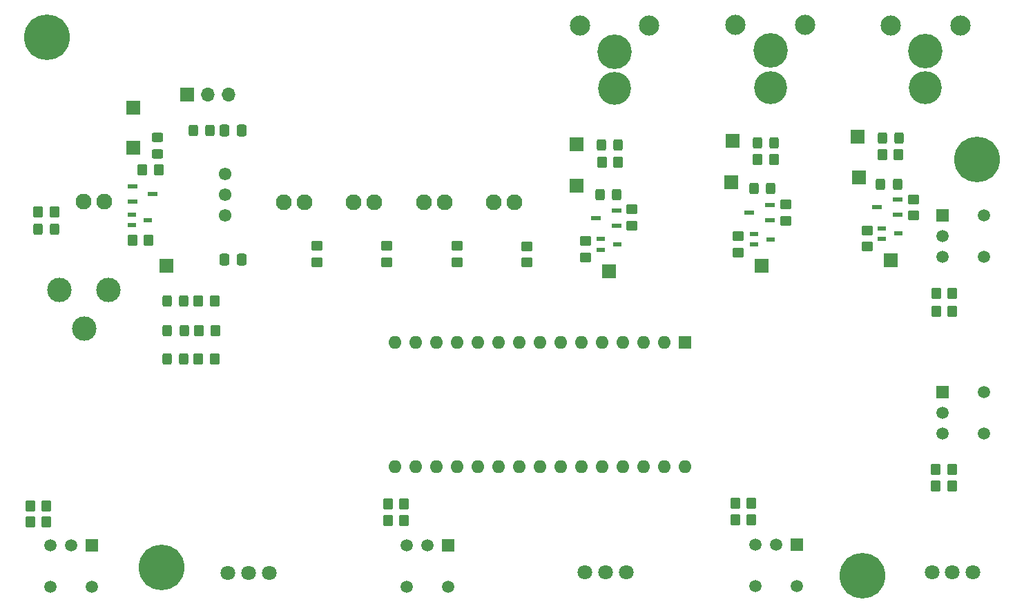
<source format=gts>
%TF.GenerationSoftware,KiCad,Pcbnew,7.0.8*%
%TF.CreationDate,2024-02-03T19:33:36-05:00*%
%TF.ProjectId,TelescopeController,54656c65-7363-46f7-9065-436f6e74726f,rev?*%
%TF.SameCoordinates,Original*%
%TF.FileFunction,Soldermask,Top*%
%TF.FilePolarity,Negative*%
%FSLAX46Y46*%
G04 Gerber Fmt 4.6, Leading zero omitted, Abs format (unit mm)*
G04 Created by KiCad (PCBNEW 7.0.8) date 2024-02-03 19:33:36*
%MOMM*%
%LPD*%
G01*
G04 APERTURE LIST*
G04 Aperture macros list*
%AMRoundRect*
0 Rectangle with rounded corners*
0 $1 Rounding radius*
0 $2 $3 $4 $5 $6 $7 $8 $9 X,Y pos of 4 corners*
0 Add a 4 corners polygon primitive as box body*
4,1,4,$2,$3,$4,$5,$6,$7,$8,$9,$2,$3,0*
0 Add four circle primitives for the rounded corners*
1,1,$1+$1,$2,$3*
1,1,$1+$1,$4,$5*
1,1,$1+$1,$6,$7*
1,1,$1+$1,$8,$9*
0 Add four rect primitives between the rounded corners*
20,1,$1+$1,$2,$3,$4,$5,0*
20,1,$1+$1,$4,$5,$6,$7,0*
20,1,$1+$1,$6,$7,$8,$9,0*
20,1,$1+$1,$8,$9,$2,$3,0*%
G04 Aperture macros list end*
%ADD10RoundRect,0.250000X0.350000X0.450000X-0.350000X0.450000X-0.350000X-0.450000X0.350000X-0.450000X0*%
%ADD11R,1.500000X1.500000*%
%ADD12C,1.500000*%
%ADD13C,1.950000*%
%ADD14R,1.700000X1.700000*%
%ADD15RoundRect,0.250000X-0.350000X-0.450000X0.350000X-0.450000X0.350000X0.450000X-0.350000X0.450000X0*%
%ADD16RoundRect,0.250000X-0.325000X-0.450000X0.325000X-0.450000X0.325000X0.450000X-0.325000X0.450000X0*%
%ADD17C,2.476000*%
%ADD18C,4.227000*%
%ADD19C,4.039000*%
%ADD20C,1.550000*%
%ADD21RoundRect,0.250000X-0.450000X0.350000X-0.450000X-0.350000X0.450000X-0.350000X0.450000X0.350000X0*%
%ADD22RoundRect,0.250000X-0.337500X-0.475000X0.337500X-0.475000X0.337500X0.475000X-0.337500X0.475000X0*%
%ADD23R,1.200000X0.600000*%
%ADD24R,1.000000X0.500000*%
%ADD25C,1.800000*%
%ADD26RoundRect,0.250000X0.325000X0.450000X-0.325000X0.450000X-0.325000X-0.450000X0.325000X-0.450000X0*%
%ADD27C,3.000000*%
%ADD28R,1.600000X1.600000*%
%ADD29O,1.600000X1.600000*%
%ADD30C,5.600000*%
%ADD31O,1.700000X1.700000*%
%ADD32RoundRect,0.250000X-0.450000X0.325000X-0.450000X-0.325000X0.450000X-0.325000X0.450000X0.325000X0*%
G04 APERTURE END LIST*
D10*
%TO.C,R19*%
X90500000Y-115300000D03*
X88500000Y-115300000D03*
%TD*%
D11*
%TO.C,S3*%
X179820000Y-126520000D03*
D12*
X179820000Y-129060000D03*
X179820000Y-131600000D03*
X184900000Y-126520000D03*
X184900000Y-131600000D03*
%TD*%
D13*
%TO.C,J8*%
X107580000Y-103200000D03*
X110120000Y-103200000D03*
%TD*%
D14*
%TO.C,TP11*%
X169350000Y-95200000D03*
%TD*%
D11*
%TO.C,S5*%
X161880000Y-145220000D03*
D12*
X159340000Y-145220000D03*
X156800000Y-145220000D03*
X161880000Y-150300000D03*
X156800000Y-150300000D03*
%TD*%
D15*
%TO.C,R22*%
X172400000Y-97400000D03*
X174400000Y-97400000D03*
%TD*%
D10*
%TO.C,R18*%
X90550000Y-122400000D03*
X88550000Y-122400000D03*
%TD*%
D15*
%TO.C,R12*%
X154350000Y-142150000D03*
X156350000Y-142150000D03*
%TD*%
D11*
%TO.C,S2*%
X119140000Y-145265000D03*
D12*
X116600000Y-145265000D03*
X114060000Y-145265000D03*
X119140000Y-150345000D03*
X114060000Y-150345000D03*
%TD*%
D15*
%TO.C,R15*%
X179000000Y-114400000D03*
X181000000Y-114400000D03*
%TD*%
D14*
%TO.C,TP5*%
X134900000Y-101200000D03*
%TD*%
D16*
%TO.C,F2*%
X137775000Y-102275000D03*
X139825000Y-102275000D03*
%TD*%
%TO.C,D5*%
X157075000Y-95950000D03*
X159125000Y-95950000D03*
%TD*%
D17*
%TO.C,J4*%
X173450000Y-81525000D03*
X181950000Y-81525000D03*
D18*
X177700000Y-84675000D03*
D19*
X177700000Y-89175000D03*
%TD*%
D20*
%TO.C,PS1*%
X91800000Y-104840000D03*
X91800000Y-102300000D03*
X91800000Y-99760000D03*
%TD*%
D16*
%TO.C,F3*%
X156675000Y-101550000D03*
X158725000Y-101550000D03*
%TD*%
D13*
%TO.C,J7*%
X99000000Y-103200000D03*
X101540000Y-103200000D03*
%TD*%
D21*
%TO.C,R28*%
X120250000Y-108550000D03*
X120250000Y-110550000D03*
%TD*%
D14*
%TO.C,TP2*%
X157625000Y-111000000D03*
%TD*%
D15*
%TO.C,R14*%
X67900000Y-142450000D03*
X69900000Y-142450000D03*
%TD*%
D22*
%TO.C,C1*%
X91762500Y-110200000D03*
X93837500Y-110200000D03*
%TD*%
D13*
%TO.C,J6*%
X74460000Y-103100000D03*
X77000000Y-103100000D03*
%TD*%
D21*
%TO.C,R6*%
X176200000Y-102850000D03*
X176200000Y-104850000D03*
%TD*%
D23*
%TO.C,Q6*%
X174275000Y-104775000D03*
X174275000Y-102875000D03*
X171775000Y-103825000D03*
%TD*%
D16*
%TO.C,D6*%
X172375000Y-95300000D03*
X174425000Y-95300000D03*
%TD*%
D24*
%TO.C,Q3*%
X156700000Y-107100000D03*
X156700000Y-108400000D03*
X158700000Y-107750000D03*
%TD*%
D15*
%TO.C,R9*%
X111750000Y-140250000D03*
X113750000Y-140250000D03*
%TD*%
D11*
%TO.C,S1*%
X179820000Y-104820000D03*
D12*
X179820000Y-107360000D03*
X179820000Y-109900000D03*
X184900000Y-104820000D03*
X184900000Y-109900000D03*
%TD*%
D14*
%TO.C,TP7*%
X169525000Y-100200000D03*
%TD*%
D10*
%TO.C,R17*%
X90600000Y-119000000D03*
X88600000Y-119000000D03*
%TD*%
D25*
%TO.C,VR1*%
X178500000Y-148600000D03*
X181000000Y-148600000D03*
X183500000Y-148600000D03*
%TD*%
D14*
%TO.C,TP10*%
X154050000Y-95700000D03*
%TD*%
D26*
%TO.C,F1*%
X89925000Y-94400000D03*
X87875000Y-94400000D03*
%TD*%
D16*
%TO.C,F4*%
X172200000Y-101050000D03*
X174250000Y-101050000D03*
%TD*%
%TO.C,D7*%
X68875000Y-106500000D03*
X70925000Y-106500000D03*
%TD*%
D15*
%TO.C,R11*%
X154350000Y-140150000D03*
X156350000Y-140150000D03*
%TD*%
D14*
%TO.C,TP6*%
X153900000Y-100750000D03*
%TD*%
D15*
%TO.C,R20*%
X138000000Y-98300000D03*
X140000000Y-98300000D03*
%TD*%
D24*
%TO.C,Q7*%
X80350000Y-104750000D03*
X80350000Y-106050000D03*
X82350000Y-105400000D03*
%TD*%
D16*
%TO.C,D2*%
X84700000Y-122400000D03*
X86750000Y-122400000D03*
%TD*%
D21*
%TO.C,R1*%
X136000000Y-107975000D03*
X136000000Y-109975000D03*
%TD*%
D13*
%TO.C,J9*%
X116160000Y-103200000D03*
X118700000Y-103200000D03*
%TD*%
D15*
%TO.C,R16*%
X179000000Y-116550000D03*
X181000000Y-116550000D03*
%TD*%
D13*
%TO.C,J10*%
X124740000Y-103200000D03*
X127280000Y-103200000D03*
%TD*%
D14*
%TO.C,TP4*%
X80550000Y-96500000D03*
%TD*%
D15*
%TO.C,R23*%
X68900000Y-104400000D03*
X70900000Y-104400000D03*
%TD*%
D21*
%TO.C,R5*%
X170550000Y-106650000D03*
X170550000Y-108650000D03*
%TD*%
D15*
%TO.C,R13*%
X67900000Y-140450000D03*
X69900000Y-140450000D03*
%TD*%
D11*
%TO.C,S6*%
X75440000Y-145320000D03*
D12*
X72900000Y-145320000D03*
X70360000Y-145320000D03*
X75440000Y-150400000D03*
X70360000Y-150400000D03*
%TD*%
D21*
%TO.C,R4*%
X160525000Y-103475000D03*
X160525000Y-105475000D03*
%TD*%
D10*
%TO.C,R7*%
X82450000Y-107850000D03*
X80450000Y-107850000D03*
%TD*%
D15*
%TO.C,R10*%
X111750000Y-142250000D03*
X113750000Y-142250000D03*
%TD*%
D27*
%TO.C,J1*%
X77500000Y-114000000D03*
X71500000Y-114000000D03*
X74500000Y-118700000D03*
%TD*%
D25*
%TO.C,VR4*%
X135960000Y-148560000D03*
X138460000Y-148560000D03*
X140960000Y-148560000D03*
%TD*%
D28*
%TO.C,A1*%
X148200000Y-120360000D03*
D29*
X145660000Y-120360000D03*
X143120000Y-120360000D03*
X140580000Y-120360000D03*
X138040000Y-120360000D03*
X135500000Y-120360000D03*
X132960000Y-120360000D03*
X130420000Y-120360000D03*
X127880000Y-120360000D03*
X125340000Y-120360000D03*
X122800000Y-120360000D03*
X120260000Y-120360000D03*
X117720000Y-120360000D03*
X115180000Y-120360000D03*
X112640000Y-120360000D03*
X112640000Y-135600000D03*
X115180000Y-135600000D03*
X117720000Y-135600000D03*
X120260000Y-135600000D03*
X122800000Y-135600000D03*
X125340000Y-135600000D03*
X127880000Y-135600000D03*
X130420000Y-135600000D03*
X132960000Y-135600000D03*
X135500000Y-135600000D03*
X138040000Y-135600000D03*
X140580000Y-135600000D03*
X143120000Y-135600000D03*
X145660000Y-135600000D03*
X148200000Y-135600000D03*
%TD*%
D25*
%TO.C,VR5*%
X92190000Y-148650000D03*
X94690000Y-148650000D03*
X97190000Y-148650000D03*
%TD*%
D30*
%TO.C,REF\u002A\u002A*%
X84000000Y-148000000D03*
%TD*%
D24*
%TO.C,Q1*%
X137900000Y-107725000D03*
X137900000Y-109025000D03*
X139900000Y-108375000D03*
%TD*%
D14*
%TO.C,TP12*%
X80550000Y-91600000D03*
%TD*%
D17*
%TO.C,J3*%
X154415000Y-81475000D03*
X162915000Y-81475000D03*
D18*
X158665000Y-84625000D03*
D19*
X158665000Y-89125000D03*
%TD*%
D14*
%TO.C,TP1*%
X138900000Y-111675000D03*
%TD*%
D15*
%TO.C,R21*%
X157100000Y-98000000D03*
X159100000Y-98000000D03*
%TD*%
D23*
%TO.C,Q8*%
X80450000Y-101250000D03*
X80450000Y-103150000D03*
X82950000Y-102200000D03*
%TD*%
D22*
%TO.C,C2*%
X91762500Y-94400000D03*
X93837500Y-94400000D03*
%TD*%
D15*
%TO.C,R25*%
X178950000Y-138050000D03*
X180950000Y-138050000D03*
%TD*%
D30*
%TO.C,REF\u002A\u002A*%
X170000000Y-149000000D03*
%TD*%
D14*
%TO.C,TP3*%
X173425000Y-110350000D03*
%TD*%
D21*
%TO.C,R27*%
X111650000Y-108550000D03*
X111650000Y-110550000D03*
%TD*%
%TO.C,R2*%
X141700000Y-104075000D03*
X141700000Y-106075000D03*
%TD*%
D16*
%TO.C,D4*%
X137975000Y-96200000D03*
X140025000Y-96200000D03*
%TD*%
D15*
%TO.C,R24*%
X178950000Y-136000000D03*
X180950000Y-136000000D03*
%TD*%
D21*
%TO.C,R3*%
X154700000Y-107400000D03*
X154700000Y-109400000D03*
%TD*%
D16*
%TO.C,D1*%
X84725000Y-119000000D03*
X86775000Y-119000000D03*
%TD*%
D14*
%TO.C,TP9*%
X134900000Y-96100000D03*
%TD*%
%TO.C,TP8*%
X84600000Y-111000000D03*
%TD*%
D23*
%TO.C,Q2*%
X139800000Y-106100000D03*
X139800000Y-104200000D03*
X137300000Y-105150000D03*
%TD*%
D10*
%TO.C,R8*%
X83650000Y-99250000D03*
X81650000Y-99250000D03*
%TD*%
D30*
%TO.C,REF\u002A\u002A*%
X184000000Y-98000000D03*
%TD*%
D23*
%TO.C,Q4*%
X158600000Y-105425000D03*
X158600000Y-103525000D03*
X156100000Y-104475000D03*
%TD*%
D16*
%TO.C,D3*%
X84700000Y-115300000D03*
X86750000Y-115300000D03*
%TD*%
D24*
%TO.C,Q5*%
X172350000Y-106400000D03*
X172350000Y-107700000D03*
X174350000Y-107050000D03*
%TD*%
D17*
%TO.C,J2*%
X135300000Y-81575000D03*
X143800000Y-81575000D03*
D18*
X139550000Y-84725000D03*
D19*
X139550000Y-89225000D03*
%TD*%
D14*
%TO.C,J5*%
X87115000Y-90000000D03*
D31*
X89655000Y-90000000D03*
X92195000Y-90000000D03*
%TD*%
D21*
%TO.C,R26*%
X103100000Y-108550000D03*
X103100000Y-110550000D03*
%TD*%
D30*
%TO.C,REF\u002A\u002A*%
X70000000Y-83000000D03*
%TD*%
D32*
%TO.C,F5*%
X83500000Y-95225000D03*
X83500000Y-97275000D03*
%TD*%
D21*
%TO.C,R29*%
X128850000Y-108600000D03*
X128850000Y-110600000D03*
%TD*%
M02*

</source>
